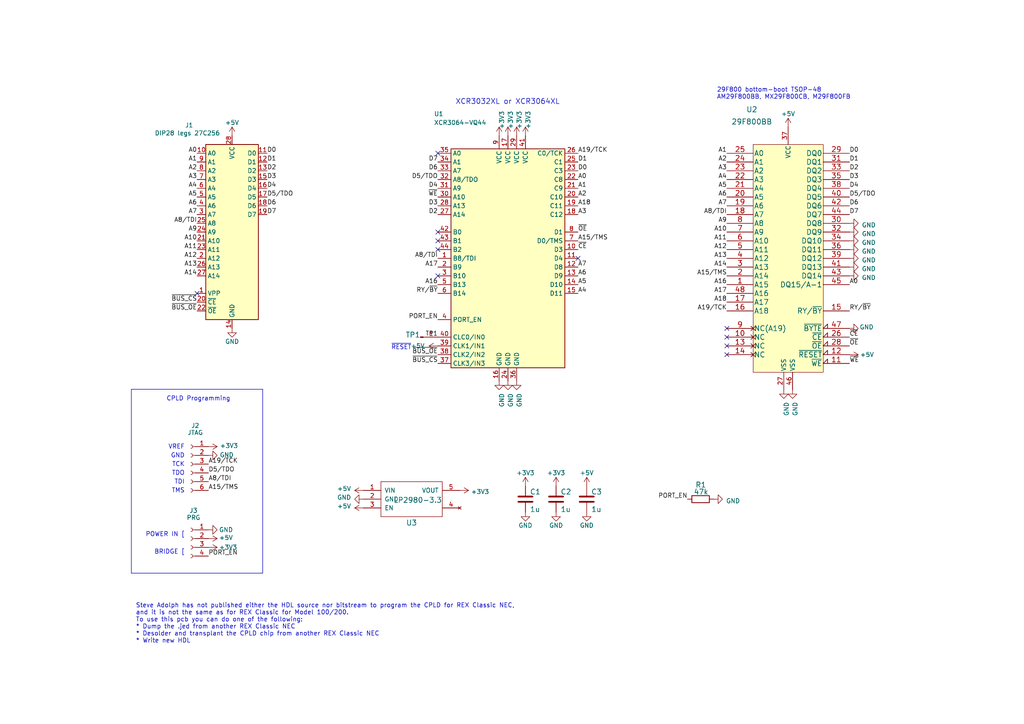
<source format=kicad_sch>
(kicad_sch (version 20230121) (generator eeschema)
  (paper "A4")
  (title_block (title "REX Classic NEC bkw") (date "2023-07-03") (rev "006") (company "Brian K. White - b.kenyon.w@gmail.com") (comment 1 "Original Design: Steven Adolph"))
  (lib_symbols
    (symbol "000_LOCAL:27C256"
      (property "Reference" "U" (at -7.62 26.67 0))
      (property "Value" "27C256" (at 2.54 -26.67 0))
      (symbol "27C256_1_1"
        (rectangle (start -7.62 25.4) (end 7.62 -25.4) (stroke (width 0.254)) (fill (type background)))
        (pin input line (at -10.16 -17.78 0) (length 2.54) (name "VPP") (number "1"))
        (pin input line (at -10.16 22.86 0) (length 2.54) (name "A0") (number "10"))
        (pin tri_state line (at 10.16 22.86 180) (length 2.54) (name "D0") (number "11"))
        (pin tri_state line (at 10.16 20.32 180) (length 2.54) (name "D1") (number "12"))
        (pin tri_state line (at 10.16 17.78 180) (length 2.54) (name "D2") (number "13"))
        (pin power_in line (at 0 -27.94 90) (length 2.54) (name "GND") (number "14"))
        (pin tri_state line (at 10.16 15.24 180) (length 2.54) (name "D3") (number "15"))
        (pin tri_state line (at 10.16 12.7 180) (length 2.54) (name "D4") (number "16"))
        (pin tri_state line (at 10.16 10.16 180) (length 2.54) (name "D5") (number "17"))
        (pin tri_state line (at 10.16 7.62 180) (length 2.54) (name "D6") (number "18"))
        (pin tri_state line (at 10.16 5.08 180) (length 2.54) (name "D7") (number "19"))
        (pin input line (at -10.16 -7.62 0) (length 2.54) (name "A12") (number "2"))
        (pin input line (at -10.16 -20.32 0) (length 2.54) (name "~{CE}") (number "20"))
        (pin input line (at -10.16 -2.54 0) (length 2.54) (name "A10") (number "21"))
        (pin input line (at -10.16 -22.86 0) (length 2.54) (name "~{OE}") (number "22"))
        (pin input line (at -10.16 -5.08 0) (length 2.54) (name "A11") (number "23"))
        (pin input line (at -10.16 0 0) (length 2.54) (name "A9") (number "24"))
        (pin input line (at -10.16 2.54 0) (length 2.54) (name "A8") (number "25"))
        (pin input line (at -10.16 -10.16 0) (length 2.54) (name "A13") (number "26"))
        (pin input line (at -10.16 -12.7 0) (length 2.54) (name "A14") (number "27"))
        (pin power_in line (at 0 27.94 270) (length 2.54) (name "VCC") (number "28"))
        (pin input line (at -10.16 5.08 0) (length 2.54) (name "A7") (number "3"))
        (pin input line (at -10.16 7.62 0) (length 2.54) (name "A6") (number "4"))
        (pin input line (at -10.16 10.16 0) (length 2.54) (name "A5") (number "5"))
        (pin input line (at -10.16 12.7 0) (length 2.54) (name "A4") (number "6"))
        (pin input line (at -10.16 15.24 0) (length 2.54) (name "A3") (number "7"))
        (pin input line (at -10.16 17.78 0) (length 2.54) (name "A2") (number "8"))
        (pin input line (at -10.16 20.32 0) (length 2.54) (name "A1") (number "9"))
      )
    )
    (symbol "000_LOCAL:29F800" (pin_names (offset 0.254))
      (property "Reference" "U" (at -10.16 3.81 0))
      (property "Value" "29F800" (at 2.54 3.81 0))
      (symbol "29F800_1_0"
        (pin power_in line (at -1.27 -68.58 90) (length 5.08) (name "VSS") (number "27"))
        (pin power_in line (at 0 7.62 270) (length 5.08) (name "VCC") (number "37"))
        (pin power_in line (at 1.27 -68.58 90) (length 5.08) (name "VSS") (number "46"))
      )
      (symbol "29F800_1_1"
        (rectangle (start -10.16 2.54) (end 10.16 -63.5) (fill (type background)))
        (pin input line (at -17.78 -38.1 0) (length 7.62) (name "A15") (number "1"))
        (pin passive non_logic (at -17.78 -53.34 0) (length 7.62) (name "NC") (number "10"))
        (pin input input_low (at 17.78 -60.96 180) (length 7.62) (name "~{WE}") (number "11"))
        (pin input input_low (at 17.78 -58.42 180) (length 7.62) (name "~{RESET}") (number "12"))
        (pin passive non_logic (at -17.78 -55.88 0) (length 7.62) (name "NC") (number "13"))
        (pin passive non_logic (at -17.78 -58.42 0) (length 7.62) (name "NC") (number "14"))
        (pin output line (at 17.78 -45.72 180) (length 7.62) (name "RY/~{BY}") (number "15"))
        (pin input line (at -17.78 -45.72 0) (length 7.62) (name "A18") (number "16"))
        (pin input line (at -17.78 -43.18 0) (length 7.62) (name "A17") (number "17"))
        (pin input line (at -17.78 -17.78 0) (length 7.62) (name "A7") (number "18"))
        (pin input line (at -17.78 -15.24 0) (length 7.62) (name "A6") (number "19"))
        (pin input line (at -17.78 -35.56 0) (length 7.62) (name "A14") (number "2"))
        (pin input line (at -17.78 -12.7 0) (length 7.62) (name "A5") (number "20"))
        (pin input line (at -17.78 -10.16 0) (length 7.62) (name "A4") (number "21"))
        (pin input line (at -17.78 -7.62 0) (length 7.62) (name "A3") (number "22"))
        (pin input line (at -17.78 -5.08 0) (length 7.62) (name "A2") (number "23"))
        (pin input line (at -17.78 -2.54 0) (length 7.62) (name "A1") (number "24"))
        (pin input line (at -17.78 0 0) (length 7.62) (name "A0") (number "25"))
        (pin input input_low (at 17.78 -53.34 180) (length 7.62) (name "~{CE}") (number "26"))
        (pin input input_low (at 17.78 -55.88 180) (length 7.62) (name "~{OE}") (number "28"))
        (pin bidirectional line (at 17.78 0 180) (length 7.62) (name "DQ0") (number "29"))
        (pin input line (at -17.78 -33.02 0) (length 7.62) (name "A13") (number "3"))
        (pin bidirectional line (at 17.78 -20.32 180) (length 7.62) (name "DQ8") (number "30"))
        (pin bidirectional line (at 17.78 -2.54 180) (length 7.62) (name "DQ1") (number "31"))
        (pin bidirectional line (at 17.78 -22.86 180) (length 7.62) (name "DQ9") (number "32"))
        (pin bidirectional line (at 17.78 -5.08 180) (length 7.62) (name "DQ2") (number "33"))
        (pin bidirectional line (at 17.78 -25.4 180) (length 7.62) (name "DQ10") (number "34"))
        (pin bidirectional line (at 17.78 -7.62 180) (length 7.62) (name "DQ3") (number "35"))
        (pin bidirectional line (at 17.78 -27.94 180) (length 7.62) (name "DQ11") (number "36"))
        (pin bidirectional line (at 17.78 -10.16 180) (length 7.62) (name "DQ4") (number "38"))
        (pin bidirectional line (at 17.78 -30.48 180) (length 7.62) (name "DQ12") (number "39"))
        (pin input line (at -17.78 -30.48 0) (length 7.62) (name "A12") (number "4"))
        (pin bidirectional line (at 17.78 -12.7 180) (length 7.62) (name "DQ5") (number "40"))
        (pin bidirectional line (at 17.78 -33.02 180) (length 7.62) (name "DQ13") (number "41"))
        (pin bidirectional line (at 17.78 -15.24 180) (length 7.62) (name "DQ6") (number "42"))
        (pin bidirectional line (at 17.78 -35.56 180) (length 7.62) (name "DQ14") (number "43"))
        (pin bidirectional line (at 17.78 -17.78 180) (length 7.62) (name "DQ7") (number "44"))
        (pin bidirectional line (at 17.78 -38.1 180) (length 7.62) (name "DQ15/A-1") (number "45"))
        (pin input input_low (at 17.78 -50.8 180) (length 7.62) (name "~{BYTE}") (number "47"))
        (pin input line (at -17.78 -40.64 0) (length 7.62) (name "A16") (number "48"))
        (pin input line (at -17.78 -27.94 0) (length 7.62) (name "A11") (number "5"))
        (pin input line (at -17.78 -25.4 0) (length 7.62) (name "A10") (number "6"))
        (pin input line (at -17.78 -22.86 0) (length 7.62) (name "A9") (number "7"))
        (pin input line (at -17.78 -20.32 0) (length 7.62) (name "A8") (number "8"))
        (pin passive non_logic (at -17.78 -50.8 0) (length 7.62) (name "NC(A19)") (number "9"))
      )
    )
    (symbol "000_LOCAL:C" (pin_numbers hide) (pin_names (offset 0.254))
      (property "Reference" "C" (at 0.635 2.54 0))
      (property "Value" "C" (at 0.635 -2.54 0))
      (symbol "C_0_1"
        (polyline (pts (xy -2.032 -0.762) (xy 2.032 -0.762)) (stroke (width 0.508)))
        (polyline (pts (xy -2.032 0.762) (xy 2.032 0.762)) (stroke (width 0.508)))
      )
      (symbol "C_1_1"
        (pin passive line (at 0 3.81 270) (length 2.794) (name "~") (number "1"))
        (pin passive line (at 0 -3.81 90) (length 2.794) (name "~") (number "2"))
      )
    )
    (symbol "000_LOCAL:LP2980" (pin_names (offset 1.016))
      (property "Value" "LP2980" (at -2.54 -10.16 0))
      (symbol "LP2980_1_0"
        (polyline (pts (xy -7.62 -5.08) (xy 10.16 -5.08)))
        (polyline (pts (xy -7.62 5.08) (xy -7.62 -5.08)))
        (polyline (pts (xy 10.16 -5.08) (xy 10.16 5.08)))
        (polyline (pts (xy 10.16 5.08) (xy -7.62 5.08)))
        (pin input line (at -12.7 2.54 0) (length 5.08) (name "VIN") (number "1"))
        (pin power_in line (at -12.7 0 0) (length 5.08) (name "GND") (number "2"))
        (pin output line (at -12.7 -2.54 0) (length 5.08) (name "EN") (number "3"))
        (pin no_connect line (at 15.24 -2.54 180) (length 5.08) (name "~") (number "4"))
        (pin input line (at 15.24 2.54 180) (length 5.08) (name "VOUT") (number "5"))
      )
    )
    (symbol "000_LOCAL:R" (pin_numbers hide) (pin_names (offset 0))
      (property "Reference" "R" (at 2.032 0 90))
      (property "Value" "R" (at 0 0 90))
      (symbol "R_0_1"
        (rectangle (start -1.016 -2.54) (end 1.016 2.54) (stroke (width 0.254)))
      )
      (symbol "R_1_1"
        (pin passive line (at 0 3.81 270) (length 1.27) (name "~") (number "1"))
        (pin passive line (at 0 -3.81 90) (length 1.27) (name "~") (number "2"))
      )
    )
    (symbol "000_LOCAL:XCR3064-VQ44"
      (property "Reference" "U" (at 0.254 2.032 0))
      (property "Value" "XCR3064-VQ44" (at 0.127 -2.286 0))
      (symbol "XCR3064-VQ44_1_1"
        (rectangle (start -16.51 31.75) (end 16.51 -31.75) (stroke (width 0.254)) (fill (type background)))
        (pin passive line (at -20.32 0 0) (length 3.81) (name "B8/TDI") (number "1"))
        (pin passive line (at 20.32 2.54 180) (length 3.81) (name "D3") (number "10"))
        (pin passive line (at 20.32 0 180) (length 3.81) (name "D4") (number "11"))
        (pin passive line (at 20.32 -2.54 180) (length 3.81) (name "D8") (number "12"))
        (pin passive line (at 20.32 -5.08 180) (length 3.81) (name "D9") (number "13"))
        (pin passive line (at 20.32 -7.62 180) (length 3.81) (name "D10") (number "14"))
        (pin passive line (at 20.32 -10.16 180) (length 3.81) (name "D11") (number "15"))
        (pin power_in line (at -2.54 -35.56 90) (length 3.81) (name "GND") (number "16"))
        (pin power_in line (at 0 35.56 270) (length 3.81) (name "VCC") (number "17"))
        (pin passive line (at 20.32 12.7 180) (length 3.81) (name "C12") (number "18"))
        (pin passive line (at 20.32 15.24 180) (length 3.81) (name "C11") (number "19"))
        (pin passive line (at -20.32 -2.54 0) (length 3.81) (name "B9") (number "2"))
        (pin passive line (at 20.32 17.78 180) (length 3.81) (name "C10") (number "20"))
        (pin passive line (at 20.32 20.32 180) (length 3.81) (name "C9") (number "21"))
        (pin passive line (at 20.32 22.86 180) (length 3.81) (name "C8") (number "22"))
        (pin passive line (at 20.32 25.4 180) (length 3.81) (name "C3") (number "23"))
        (pin power_in line (at 0 -35.56 90) (length 3.81) (name "GND") (number "24"))
        (pin passive line (at 20.32 27.94 180) (length 3.81) (name "C1") (number "25"))
        (pin passive line (at 20.32 30.48 180) (length 3.81) (name "C0/TCK") (number "26"))
        (pin passive line (at -20.32 12.7 0) (length 3.81) (name "A14") (number "27"))
        (pin passive line (at -20.32 15.24 0) (length 3.81) (name "A13") (number "28"))
        (pin power_in line (at 2.54 35.56 270) (length 3.81) (name "VCC") (number "29"))
        (pin passive line (at -20.32 -5.08 0) (length 3.81) (name "B10") (number "3"))
        (pin passive line (at -20.32 17.78 0) (length 3.81) (name "A10") (number "30"))
        (pin passive line (at -20.32 20.32 0) (length 3.81) (name "A9") (number "31"))
        (pin passive line (at -20.32 22.86 0) (length 3.81) (name "A8/TDO") (number "32"))
        (pin passive line (at -20.32 25.4 0) (length 3.81) (name "A7") (number "33"))
        (pin passive line (at -20.32 27.94 0) (length 3.81) (name "A1") (number "34"))
        (pin passive line (at -20.32 30.48 0) (length 3.81) (name "A0") (number "35"))
        (pin power_in line (at 2.54 -35.56 90) (length 3.81) (name "GND") (number "36"))
        (pin input line (at -20.32 -30.48 0) (length 3.81) (name "CLK3/IN3") (number "37"))
        (pin input line (at -20.32 -27.94 0) (length 3.81) (name "CLK2/IN2") (number "38"))
        (pin input line (at -20.32 -25.4 0) (length 3.81) (name "CLK1/IN1") (number "39"))
        (pin input line (at -20.32 -17.78 0) (length 3.81) (name "PORT_EN") (number "4"))
        (pin input line (at -20.32 -22.86 0) (length 3.81) (name "CLC0/IN0") (number "40"))
        (pin power_in line (at 5.08 35.56 270) (length 3.81) (name "VCC") (number "41"))
        (pin passive line (at -20.32 7.62 0) (length 3.81) (name "B0") (number "42"))
        (pin passive line (at -20.32 5.08 0) (length 3.81) (name "B1") (number "43"))
        (pin passive line (at -20.32 2.54 0) (length 3.81) (name "B2") (number "44"))
        (pin passive line (at -20.32 -7.62 0) (length 3.81) (name "B13") (number "5"))
        (pin passive line (at -20.32 -10.16 0) (length 3.81) (name "B14") (number "6"))
        (pin passive line (at 20.32 5.08 180) (length 3.81) (name "D0/TMS") (number "7"))
        (pin passive line (at 20.32 7.62 180) (length 3.81) (name "D1") (number "8"))
        (pin power_in line (at -2.54 35.56 270) (length 3.81) (name "VCC") (number "9"))
      )
    )
    (symbol "Connector:Conn_01x01_Male" (pin_names (offset 1.016) hide)
      (property "Reference" "J" (at 0 2.54 0))
      (property "Value" "Conn_01x01_Male" (at 0 -2.54 0))
      (symbol "Conn_01x01_Male_1_1"
        (polyline (pts (xy 1.27 0) (xy 0.8636 0)) (stroke (width 0.1524)))
        (rectangle (start 0.8636 0.127) (end 0 -0.127) (stroke (width 0.1524)) (fill (type outline)))
        (pin passive line (at 5.08 0 180) (length 3.81) (name "Pin_1") (number "1"))
      )
    )
    (symbol "Connector:Conn_01x04_Female" (pin_names (offset 1.016) hide)
      (property "Reference" "J" (at 0 5.08 0))
      (property "Value" "Conn_01x04_Female" (at 0 -7.62 0))
      (symbol "Conn_01x04_Female_1_1"
        (arc (start 0 -4.572) (mid -0.5058 -5.08) (end 0 -5.588) (stroke (width 0.1524)))
        (arc (start 0 -2.032) (mid -0.5058 -2.54) (end 0 -3.048) (stroke (width 0.1524)))
        (polyline (pts (xy -1.27 -5.08) (xy -0.508 -5.08)) (stroke (width 0.1524)))
        (polyline (pts (xy -1.27 -2.54) (xy -0.508 -2.54)) (stroke (width 0.1524)))
        (polyline (pts (xy -1.27 0) (xy -0.508 0)) (stroke (width 0.1524)))
        (polyline (pts (xy -1.27 2.54) (xy -0.508 2.54)) (stroke (width 0.1524)))
        (arc (start 0 0.508) (mid -0.5058 0) (end 0 -0.508) (stroke (width 0.1524)))
        (arc (start 0 3.048) (mid -0.5058 2.54) (end 0 2.032) (stroke (width 0.1524)))
        (pin passive line (at -5.08 2.54 0) (length 3.81) (name "Pin_1") (number "1"))
        (pin passive line (at -5.08 0 0) (length 3.81) (name "Pin_2") (number "2"))
        (pin passive line (at -5.08 -2.54 0) (length 3.81) (name "Pin_3") (number "3"))
        (pin passive line (at -5.08 -5.08 0) (length 3.81) (name "Pin_4") (number "4"))
      )
    )
    (symbol "Connector:Conn_01x06_Female" (pin_names (offset 1.016) hide)
      (property "Reference" "J" (at 0 7.62 0))
      (property "Value" "Conn_01x06_Female" (at 0 -10.16 0))
      (symbol "Conn_01x06_Female_1_1"
        (arc (start 0 -7.112) (mid -0.5058 -7.62) (end 0 -8.128) (stroke (width 0.1524)))
        (arc (start 0 -4.572) (mid -0.5058 -5.08) (end 0 -5.588) (stroke (width 0.1524)))
        (arc (start 0 -2.032) (mid -0.5058 -2.54) (end 0 -3.048) (stroke (width 0.1524)))
        (polyline (pts (xy -1.27 -7.62) (xy -0.508 -7.62)) (stroke (width 0.1524)))
        (polyline (pts (xy -1.27 -5.08) (xy -0.508 -5.08)) (stroke (width 0.1524)))
        (polyline (pts (xy -1.27 -2.54) (xy -0.508 -2.54)) (stroke (width 0.1524)))
        (polyline (pts (xy -1.27 0) (xy -0.508 0)) (stroke (width 0.1524)))
        (polyline (pts (xy -1.27 2.54) (xy -0.508 2.54)) (stroke (width 0.1524)))
        (polyline (pts (xy -1.27 5.08) (xy -0.508 5.08)) (stroke (width 0.1524)))
        (arc (start 0 0.508) (mid -0.5058 0) (end 0 -0.508) (stroke (width 0.1524)))
        (arc (start 0 3.048) (mid -0.5058 2.54) (end 0 2.032) (stroke (width 0.1524)))
        (arc (start 0 5.588) (mid -0.5058 5.08) (end 0 4.572) (stroke (width 0.1524)))
        (pin passive line (at -5.08 5.08 0) (length 3.81) (name "Pin_1") (number "1"))
        (pin passive line (at -5.08 2.54 0) (length 3.81) (name "Pin_2") (number "2"))
        (pin passive line (at -5.08 0 0) (length 3.81) (name "Pin_3") (number "3"))
        (pin passive line (at -5.08 -2.54 0) (length 3.81) (name "Pin_4") (number "4"))
        (pin passive line (at -5.08 -5.08 0) (length 3.81) (name "Pin_5") (number "5"))
        (pin passive line (at -5.08 -7.62 0) (length 3.81) (name "Pin_6") (number "6"))
      )
    )
    (symbol "power:+3V3" (power) (pin_names (offset 0))
      (property "Value" "+3V3" (at 0 3.556 0))
      (symbol "+3V3_0_1"
        (polyline (pts (xy -0.762 1.27) (xy 0 2.54)))
        (polyline (pts (xy 0 0) (xy 0 2.54)))
        (polyline (pts (xy 0 2.54) (xy 0.762 1.27)))
      )
      (symbol "+3V3_1_1"
        (pin power_in line (at 0 0 90) (length 0) hide (name "+3V3") (number "1"))
      )
    )
    (symbol "power:+5V" (power) (pin_names (offset 0))
      (property "Value" "+5V" (at 0 3.556 0))
      (symbol "+5V_0_1"
        (polyline (pts (xy -0.762 1.27) (xy 0 2.54)))
        (polyline (pts (xy 0 0) (xy 0 2.54)))
        (polyline (pts (xy 0 2.54) (xy 0.762 1.27)))
      )
      (symbol "+5V_1_1"
        (pin power_in line (at 0 0 90) (length 0) hide (name "+5V") (number "1"))
      )
    )
    (symbol "power:GND" (power) (pin_names (offset 0))
      (property "Value" "GND" (at 0 -3.81 0))
      (symbol "GND_0_1"
        (polyline (pts (xy 0 0) (xy 0 -1.27) (xy 1.27 -1.27) (xy 0 -2.54) (xy -1.27 -1.27) (xy 0 -1.27)))
      )
      (symbol "GND_1_1"
        (pin power_in line (at 0 0 270) (length 0) hide (name "GND") (number "1"))
      )
    )
  )
  (no_connect (at 57.15 85.09))
  (no_connect (at 127 44.45))
  (no_connect (at 210.82 100.33))
  (no_connect (at 210.82 102.87))
  (no_connect (at 210.82 97.79))
  (no_connect (at 167.64 74.93))
  (no_connect (at 127 72.39))
  (no_connect (at 127 67.31))
  (no_connect (at 127 80.01))
  (no_connect (at 127 69.85))
  (no_connect (at 210.82 95.25))
  (polyline (pts (xy 38.1 112.903) (xy 76.2 112.903)))
  (polyline (pts (xy 38.1 166.243) (xy 38.1 112.903)))
  (polyline (pts (xy 76.2 112.903) (xy 76.2 166.243)))
  (polyline (pts (xy 38.1 166.243) (xy 76.2 166.243)))
  (text "TCK" (at 53.594 135.509 0) (effects (font (size 1.27 1.27)) (justify right bottom)))
  (text "POWER IN [" (at 53.594 155.829 0) (effects (font (size 1.27 1.27)) (justify right bottom)))
  (text "TMS" (at 53.594 143.129 0) (effects (font (size 1.27 1.27)) (justify right bottom)))
  (text "GND" (at 53.594 132.969 0) (effects (font (size 1.27 1.27)) (justify right bottom)))
  (text "~{RESET}" (at 119.38 101.6 0) (effects (font (size 1.27 1.27)) (justify right bottom)))
  (text "TDO" (at 53.594 138.049 0) (effects (font (size 1.27 1.27)) (justify right bottom)))
  (text "BRIDGE [" (at 53.594 160.909 0) (effects (font (size 1.27 1.27)) (justify right bottom)))
  (text "TDI" (at 53.594 140.589 0) (effects (font (size 1.27 1.27)) (justify right bottom)))
  (text "29F800 bottom-boot TSOP-48\nAM29F800BB, MX29F800CB, M29F800FB" (at 207.899 28.956 0) (effects (font (size 1.27 1.27)) (justify left bottom)))
  (text "XCR3032XL or XCR3064XL" (at 132.08 30.48 0) (effects (font (size 1.4986 1.4986)) (justify left bottom)))
  (text "VREF" (at 53.594 130.429 0) (effects (font (size 1.27 1.27)) (justify right bottom)))
  (text "CPLD Programming" (at 48.26 116.459 0) (effects (font (size 1.27 1.27)) (justify left bottom)))
  (text "Steve Adolph has not published either the HDL source nor bitstream to program the CPLD for REX Classic NEC,\nand it is not the same as for REX Classic for Model 100/200.\nTo use this pcb you can do one of the following:\n* Dump the .jed from another REX Classic NEC\n* Desolder and transplant the CPLD chip from another REX Classic NEC\n* Write new HDL\n" (at 39.37 186.69 0) (effects (font (size 1.27 1.27)) (justify left bottom)))
  (label "A7" (at 57.15 62.23 180))
  (label "RY{slash}~{BY}" (at 127 85.09 180))
  (label "D5{slash}TDO" (at 127 52.07 180))
  (label "RY{slash}~{BY}" (at 246.38 90.17 0))
  (label "A11" (at 57.15 72.39 180))
  (label "A1" (at 167.64 54.61 0))
  (label "A4" (at 167.64 85.09 0))
  (label "D5{slash}TDO" (at 60.452 137.16 0))
  (label "A6" (at 57.15 59.69 180))
  (label "A8{slash}TDI" (at 57.15 64.77 180))
  (label "A15{slash}TMS" (at 210.82 80.01 180))
  (label "A15{slash}TMS" (at 167.64 69.85 0))
  (label "D4" (at 246.38 54.61 0))
  (label "~{OE}" (at 246.38 100.33 0))
  (label "D3" (at 77.47 52.07 0))
  (label "D3" (at 246.38 52.07 0))
  (label "D1" (at 167.64 46.99 0))
  (label "A18" (at 167.64 59.69 0))
  (label "TP1" (at 127 97.79 180))
  (label "A0" (at 167.64 52.07 0))
  (label "D2" (at 246.38 49.53 0))
  (label "A7" (at 210.82 59.69 180))
  (label "A13" (at 210.82 74.93 180))
  (label "PORT_EN" (at 199.39 144.78 180))
  (label "A6" (at 210.82 57.15 180))
  (label "~{WE}" (at 246.38 105.41 0))
  (label "A16" (at 127 82.55 180))
  (label "A2" (at 210.82 46.99 180))
  (label "A3" (at 57.15 52.07 180))
  (label "~{CE}" (at 246.38 97.79 0))
  (label "A17" (at 210.82 85.09 180))
  (label "~{WE}" (at 127 57.15 180))
  (label "D3" (at 127 59.69 180))
  (label "A5" (at 57.15 57.15 180))
  (label "D6" (at 127 49.53 180))
  (label "A14" (at 57.15 80.01 180))
  (label "A16" (at 210.82 82.55 180))
  (label "D0" (at 77.47 44.45 0))
  (label "A12" (at 210.82 72.39 180))
  (label "A12" (at 57.15 74.93 180))
  (label "D7" (at 77.47 62.23 0))
  (label "A8{slash}TDI" (at 127 74.93 180))
  (label "D2" (at 127 62.23 180))
  (label "A13" (at 57.15 77.47 180))
  (label "D4" (at 127 54.61 180))
  (label "A7" (at 167.64 77.47 0))
  (label "A6" (at 167.64 80.01 0))
  (label "A3" (at 167.64 62.23 0))
  (label "A10" (at 57.15 69.85 180))
  (label "A1" (at 210.82 44.45 180))
  (label "A18" (at 210.82 87.63 180))
  (label "D2" (at 77.47 49.53 0))
  (label "A9" (at 57.15 67.31 180))
  (label "A19{slash}TCK" (at 167.64 44.45 0))
  (label "D1" (at 246.38 46.99 0))
  (label "D5{slash}TDO" (at 246.38 57.15 0))
  (label "A8{slash}TDI" (at 60.452 139.7 0))
  (label "A2" (at 167.64 57.15 0))
  (label "D0" (at 246.38 44.45 0))
  (label "A5" (at 210.82 54.61 180))
  (label "D4" (at 77.47 54.61 0))
  (label "A2" (at 57.15 49.53 180))
  (label "A15{slash}TMS" (at 60.452 142.24 0))
  (label "D5{slash}TDO" (at 77.47 57.15 0))
  (label "PORT_EN" (at 127 92.71 180))
  (label "~{BUS_OE}" (at 57.15 90.17 180))
  (label "A19{slash}TCK" (at 60.452 134.62 0))
  (label "A14" (at 210.82 77.47 180))
  (label "PORT_EN" (at 60.452 161.29 0))
  (label "A9" (at 210.82 64.77 180))
  (label "A19{slash}TCK" (at 210.82 90.17 180))
  (label "A0" (at 57.15 44.45 180))
  (label "A4" (at 57.15 54.61 180))
  (label "A1" (at 57.15 46.99 180))
  (label "A8{slash}TDI" (at 210.82 62.23 180))
  (label "A5" (at 167.64 82.55 0))
  (label "~{BUS_OE}" (at 127 102.87 180))
  (label "D7" (at 246.38 62.23 0))
  (label "~{CE}" (at 167.64 72.39 0))
  (label "D1" (at 77.47 46.99 0))
  (label "A17" (at 127 77.47 180))
  (label "~{BUS_CS}" (at 57.15 87.63 180))
  (label "A10" (at 210.82 67.31 180))
  (label "D6" (at 246.38 59.69 0))
  (label "A3" (at 210.82 49.53 180))
  (label "~{OE}" (at 167.64 67.31 0))
  (label "D6" (at 77.47 59.69 0))
  (label "D7" (at 127 46.99 180))
  (label "A0" (at 246.38 82.55 0))
  (label "A11" (at 210.82 69.85 180))
  (label "~{BUS_CS}" (at 127 105.41 180))
  (label "A4" (at 210.82 52.07 180))
  (label "D0" (at 167.64 49.53 0))
  (symbol (lib_id "000_LOCAL:R") (at 203.2 144.78 270) (unit 1)
    (property "Reference" "R1" (at 201.676 141.478 90) (effects (font (size 1.4986 1.4986)) (justify left bottom)))
    (property "Value" "47k" (at 201.168 143.51 90) (effects (font (size 1.4986 1.4986)) (justify left bottom)))
    (property "Footprint" "000_LOCAL:R_0805" (effects hide))
  )
  (symbol (lib_id "000_LOCAL:C") (at 152.4 144.78 0) (unit 1)
    (property "Reference" "C1" (at 153.67 143.51 0) (effects (font (size 1.4986 1.4986)) (justify left bottom)))
    (property "Value" "1u" (at 153.67 148.59 0) (effects (font (size 1.4986 1.4986)) (justify left bottom)))
    (property "Footprint" "000_LOCAL:C_0805" (effects hide))
  )
  (symbol (lib_id "power:GND") (at 152.4 148.59 0) (unit 1)
    (property "Reference" "#PWR0104" (effects hide))
    (property "Value" "GND" (at 152.4 152.4 0))
  )
  (symbol (lib_id "power:+3V3") (at 152.4 140.97 0) (unit 1)
    (property "Reference" "#PWR0105" (effects hide))
    (property "Value" "+3V3" (at 152.4 137.16 0))
  )
  (symbol (lib_id "Connector:Conn_01x04_Female") (at 55.372 156.21 0) (mirror y) (unit 1)
    (property "Reference" "J3" (at 56.134 148.082 0))
    (property "Value" "PRG" (at 56.134 150.114 0))
    (property "Footprint" "000_LOCAL:1x4_pcb_socket" (effects hide))
  )
  (symbol (lib_id "power:+3V3") (at 133.35 142.24 270) (unit 1)
    (property "Reference" "#PWR0106" (effects hide))
    (property "Value" "+3V3" (at 136.6012 142.621 90) (effects (justify left)))
  )
  (symbol (lib_id "000_LOCAL:27C256") (at 67.31 67.31 0) (unit 1)
    (property "Reference" "J1" (at 54.864 36.322 0))
    (property "Value" "DIP28 legs 27C256" (at 54.356 38.608 0))
    (property "Footprint" "000_LOCAL:DIP-28_600_pcb_shallow_notch" (effects hide))
  )
  (symbol (lib_id "power:+3V3") (at 60.452 129.54 270) (unit 1)
    (property "Reference" "#PWR0107" (effects hide))
    (property "Value" "+3V3" (at 63.754 129.286 90) (effects (justify left)))
  )
  (symbol (lib_id "power:GND") (at 60.452 132.08 90) (unit 1)
    (property "Reference" "#PWR0108" (effects hide))
    (property "Value" "GND" (at 63.7032 131.953 90) (effects (justify right)))
  )
  (symbol (lib_id "000_LOCAL:LP2980") (at 118.11 144.78 0) (unit 1)
    (property "Reference" "U3" (at 119.38 151.638 0) (effects (font (size 1.4986 1.4986))))
    (property "Value" "LP2980-3.3" (at 121.158 145.034 0) (effects (font (size 1.4986 1.4986))))
    (property "Footprint" "000_LOCAL:SOT-23-5" (effects hide))
  )
  (symbol (lib_id "Connector:Conn_01x06_Female") (at 55.372 134.62 0) (mirror y) (unit 1)
    (property "Reference" "J2" (at 56.642 123.444 0))
    (property "Value" "JTAG" (at 56.642 125.476 0))
    (property "Footprint" "000_LOCAL:1x6_pcb_socket" (effects hide))
  )
  (symbol (lib_id "power:GND") (at 105.41 144.78 270) (unit 1)
    (property "Reference" "#PWR0101" (effects hide))
    (property "Value" "GND" (at 101.854 144.272 90) (effects (justify right)))
  )
  (symbol (lib_id "power:+5V") (at 105.41 142.24 90) (unit 1)
    (property "Reference" "#PWR0102" (effects hide))
    (property "Value" "+5V" (at 101.854 141.732 90) (effects (justify left)))
  )
  (symbol (lib_id "000_LOCAL:29F800") (at 228.6 44.45 0) (unit 1)
    (property "Reference" "U2" (at 218.059 31.75 0) (effects (font (size 1.524 1.524))))
    (property "Value" "29F800BB" (at 218.059 35.306 0) (effects (font (size 1.524 1.524))))
    (property "Footprint" "000_LOCAL:TSOP-48" (effects hide))
    (property "Datasheet" "https://www.macronix.com/Lists/Datasheet/Attachments/8539/MX29F800C%20T-B,%205V,%208Mb,%20v1.3.pdf" (effects hide))
  )
  (symbol (lib_id "power:+3V3") (at 144.78 39.37 0) (unit 1)
    (property "Reference" "#PWR0110" (effects hide))
    (property "Value" "+3V3" (at 145.542 34.798 90))
  )
  (symbol (lib_id "power:+3V3") (at 147.32 39.37 0) (unit 1)
    (property "Reference" "#PWR0111" (effects hide))
    (property "Value" "+3V3" (at 148.082 34.798 90))
  )
  (symbol (lib_id "power:+3V3") (at 149.86 39.37 0) (unit 1)
    (property "Reference" "#PWR0112" (effects hide))
    (property "Value" "+3V3" (at 150.622 34.798 90))
  )
  (symbol (lib_id "power:+3V3") (at 152.4 39.37 0) (unit 1)
    (property "Reference" "#PWR0113" (effects hide))
    (property "Value" "+3V3" (at 153.162 34.798 90))
  )
  (symbol (lib_id "power:GND") (at 144.78 110.49 0) (unit 1)
    (property "Reference" "#PWR0114" (effects hide))
    (property "Value" "GND" (at 145.542 116.078 90))
  )
  (symbol (lib_id "power:GND") (at 147.32 110.49 0) (unit 1)
    (property "Reference" "#PWR0115" (effects hide))
    (property "Value" "GND" (at 148.082 116.078 90))
  )
  (symbol (lib_id "power:GND") (at 149.86 110.49 0) (unit 1)
    (property "Reference" "#PWR0116" (effects hide))
    (property "Value" "GND" (at 150.622 116.078 90))
  )
  (symbol (lib_id "power:GND") (at 227.33 113.03 0) (unit 1)
    (property "Reference" "#PWR0117" (effects hide))
    (property "Value" "GND" (at 228.092 118.618 90))
  )
  (symbol (lib_id "power:GND") (at 229.87 113.03 0) (unit 1)
    (property "Reference" "#PWR0118" (effects hide))
    (property "Value" "GND" (at 230.632 118.618 90))
  )
  (symbol (lib_id "power:+5V") (at 228.6 36.83 0) (unit 1)
    (property "Reference" "#PWR0119" (effects hide))
    (property "Value" "+5V" (at 228.6 33.02 0))
  )
  (symbol (lib_id "power:+5V") (at 67.31 39.37 0) (unit 1)
    (property "Reference" "#PWR0120" (effects hide))
    (property "Value" "+5V" (at 67.31 35.56 0))
  )
  (symbol (lib_id "power:GND") (at 67.31 95.25 0) (unit 1)
    (property "Reference" "#PWR0121" (effects hide))
    (property "Value" "GND" (at 67.31 99.06 0))
  )
  (symbol (lib_id "power:GND") (at 60.452 153.67 90) (unit 1)
    (property "Reference" "#PWR0122" (effects hide))
    (property "Value" "GND" (at 63.5 153.67 90) (effects (justify right)))
  )
  (symbol (lib_id "power:+5V") (at 60.452 156.21 270) (unit 1)
    (property "Reference" "#PWR0123" (effects hide))
    (property "Value" "+5V" (at 63.5 155.956 90) (effects (justify left)))
  )
  (symbol (lib_id "power:+3V3") (at 60.452 158.75 270) (unit 1)
    (property "Reference" "#PWR0124" (effects hide))
    (property "Value" "+3V3" (at 63.5 158.75 90) (effects (justify left)))
  )
  (symbol (lib_id "power:+5V") (at 105.41 147.32 90) (unit 1)
    (property "Reference" "#PWR0126" (effects hide))
    (property "Value" "+5V" (at 101.854 146.812 90) (effects (justify left)))
  )
  (symbol (lib_id "power:+5V") (at 246.38 102.87 270) (mirror x) (unit 1)
    (property "Reference" "#PWR0109" (effects hide))
    (property "Value" "+5V" (at 249.428 102.87 90) (effects (justify left)))
  )
  (symbol (lib_id "power:+5V") (at 127 100.33 90) (unit 1)
    (property "Reference" "#PWR0103" (effects hide))
    (property "Value" "+5V" (at 123.19 100.33 90) (effects (justify left)))
  )
  (symbol (lib_id "power:GND") (at 246.38 95.25 90) (unit 1)
    (property "Reference" "#PWR0125" (effects hide))
    (property "Value" "GND" (at 249.301 94.869 90) (effects (justify right)))
  )
  (symbol (lib_id "power:GND") (at 246.38 64.77 90) (unit 1)
    (property "Reference" "#PWR0127" (effects hide))
    (property "Value" "GND" (at 249.936 65.278 90) (effects (justify right)))
  )
  (symbol (lib_id "power:GND") (at 246.38 67.31 90) (unit 1)
    (property "Reference" "#PWR0128" (effects hide))
    (property "Value" "GND" (at 249.936 67.818 90) (effects (justify right)))
  )
  (symbol (lib_id "power:GND") (at 246.38 69.85 90) (unit 1)
    (property "Reference" "#PWR0129" (effects hide))
    (property "Value" "GND" (at 249.936 70.358 90) (effects (justify right)))
  )
  (symbol (lib_id "power:GND") (at 246.38 72.39 90) (unit 1)
    (property "Reference" "#PWR0130" (effects hide))
    (property "Value" "GND" (at 249.936 72.898 90) (effects (justify right)))
  )
  (symbol (lib_id "power:GND") (at 246.38 74.93 90) (unit 1)
    (property "Reference" "#PWR0131" (effects hide))
    (property "Value" "GND" (at 249.936 75.438 90) (effects (justify right)))
  )
  (symbol (lib_id "power:GND") (at 246.38 77.47 90) (unit 1)
    (property "Reference" "#PWR0132" (effects hide))
    (property "Value" "GND" (at 249.936 77.978 90) (effects (justify right)))
  )
  (symbol (lib_id "power:GND") (at 246.38 80.01 90) (unit 1)
    (property "Reference" "#PWR0133" (effects hide))
    (property "Value" "GND" (at 249.936 80.518 90) (effects (justify right)))
  )
  (symbol (lib_id "power:GND") (at 207.01 144.78 90) (unit 1)
    (property "Reference" "#PWR0134" (effects hide))
    (property "Value" "GND" (at 210.566 145.288 90) (effects (justify right)))
  )
  (symbol (lib_id "Connector:Conn_01x01_Male") (at 121.92 97.79 0) (mirror x) (unit 1)
    (property "Reference" "TP1" (at 117.602 96.266 0) (effects (font (size 1.4986 1.4986)) (justify left bottom)))
    (property "Value" "PINHD-1X1" (effects hide))
    (property "Footprint" "000_LOCAL:1x1_pin_h" (effects hide))
  )
  (symbol (lib_id "000_LOCAL:C") (at 170.18 144.78 0) (unit 1)
    (property "Reference" "C3" (at 171.45 143.51 0) (effects (font (size 1.4986 1.4986)) (justify left bottom)))
    (property "Value" "1u" (at 171.45 148.59 0) (effects (font (size 1.4986 1.4986)) (justify left bottom)))
    (property "Footprint" "000_LOCAL:C_0805" (effects hide))
  )
  (symbol (lib_id "power:GND") (at 161.29 148.59 0) (unit 1)
    (property "Reference" "#PWR02" (effects hide))
    (property "Value" "GND" (at 161.29 152.4 0))
  )
  (symbol (lib_id "power:GND") (at 170.18 148.59 0) (unit 1)
    (property "Reference" "#PWR04" (effects hide))
    (property "Value" "GND" (at 170.18 152.4 0))
  )
  (symbol (lib_id "000_LOCAL:C") (at 161.29 144.78 0) (unit 1)
    (property "Reference" "C2" (at 162.56 143.51 0) (effects (font (size 1.4986 1.4986)) (justify left bottom)))
    (property "Value" "1u" (at 162.56 148.59 0) (effects (font (size 1.4986 1.4986)) (justify left bottom)))
    (property "Footprint" "000_LOCAL:C_0805" (effects hide))
  )
  (symbol (lib_id "power:+5V") (at 170.18 140.97 0) (unit 1)
    (property "Reference" "#PWR03" (effects hide))
    (property "Value" "+5V" (at 170.18 137.16 0))
  )
  (symbol (lib_id "power:+3V3") (at 161.29 140.97 0) (unit 1)
    (property "Reference" "#PWR01" (effects hide))
    (property "Value" "+3V3" (at 161.29 137.16 0))
  )
  (symbol (lib_id "000_LOCAL:XCR3064-VQ44") (at 147.32 74.93 0) (unit 1)
    (property "Reference" "U1" (at 125.857 33.02 0) (effects (justify left)))
    (property "Value" "XCR3064-VQ44" (at 125.857 35.56 0) (effects (justify left)))
    (property "Footprint" "000_LOCAL:VQFP44" (effects hide))
    (property "Datasheet" "https://www.xilinx.com/support/documentation/data_sheets/ds017.pdf" (effects hide))
  )
)
</source>
